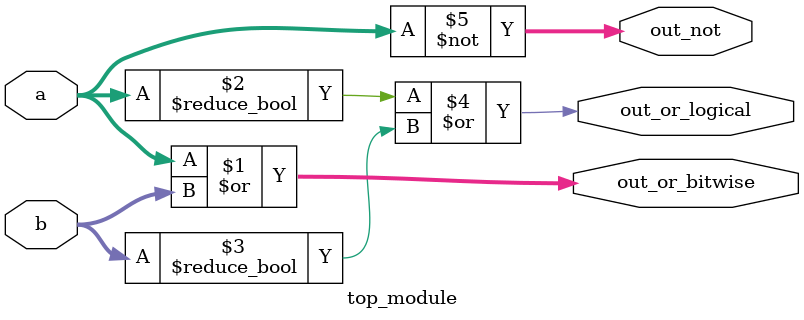
<source format=sv>
module top_module(
    input [2:0] a, 
    input [2:0] b, 
    output [2:0] out_or_bitwise,
    output out_or_logical,
    output [2:0] out_not
);

    // Bitwise OR
    assign out_or_bitwise = a | b;

    // Logical OR
    assign out_or_logical = (a != 0) | (b != 0);

    // Bitwise NOT
    assign out_not = ~{a};

endmodule

</source>
